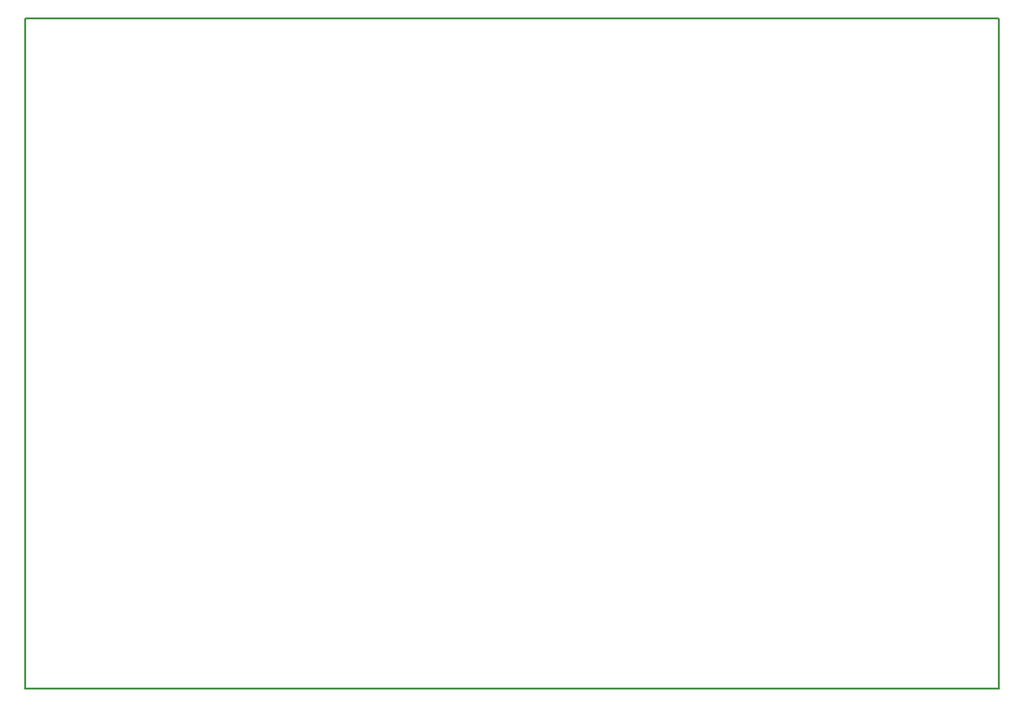
<source format=gbr>
G04 #@! TF.FileFunction,Profile,NP*
%FSLAX46Y46*%
G04 Gerber Fmt 4.6, Leading zero omitted, Abs format (unit mm)*
G04 Created by KiCad (PCBNEW 4.0.6) date Wednesday, April 11, 2018 'PMt' 08:09:55 PM*
%MOMM*%
%LPD*%
G01*
G04 APERTURE LIST*
%ADD10C,0.100000*%
%ADD11C,0.150000*%
G04 APERTURE END LIST*
D10*
D11*
X135890000Y-131000000D02*
X135890000Y-72390000D01*
X220980000Y-131000000D02*
X135890000Y-131000000D01*
X220980000Y-72390000D02*
X220980000Y-131000000D01*
X135890000Y-72390000D02*
X220980000Y-72390000D01*
M02*

</source>
